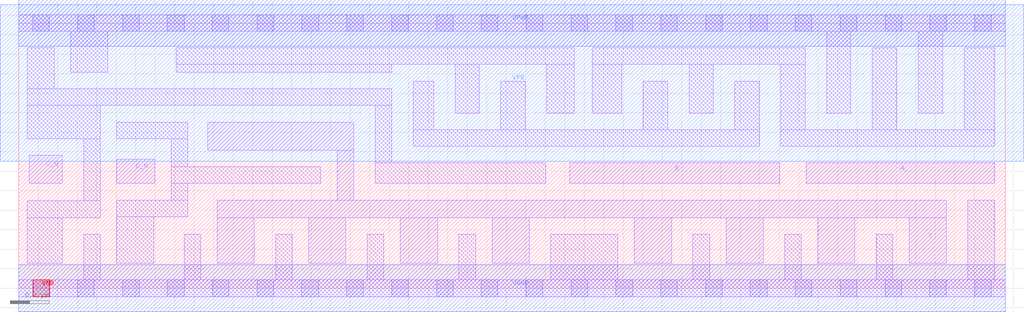
<source format=lef>
# Copyright 2020 The SkyWater PDK Authors
#
# Licensed under the Apache License, Version 2.0 (the "License");
# you may not use this file except in compliance with the License.
# You may obtain a copy of the License at
#
#     https://www.apache.org/licenses/LICENSE-2.0
#
# Unless required by applicable law or agreed to in writing, software
# distributed under the License is distributed on an "AS IS" BASIS,
# WITHOUT WARRANTIES OR CONDITIONS OF ANY KIND, either express or implied.
# See the License for the specific language governing permissions and
# limitations under the License.
#
# SPDX-License-Identifier: Apache-2.0

VERSION 5.7 ;
  NOWIREEXTENSIONATPIN ON ;
  DIVIDERCHAR "/" ;
  BUSBITCHARS "[]" ;
PROPERTYDEFINITIONS
  MACRO maskLayoutSubType STRING ;
  MACRO prCellType STRING ;
  MACRO originalViewName STRING ;
END PROPERTYDEFINITIONS
MACRO sky130_fd_sc_hdll__nor4bb_4
  CLASS CORE ;
  FOREIGN sky130_fd_sc_hdll__nor4bb_4 ;
  ORIGIN  0.000000  0.000000 ;
  SIZE  10.12000 BY  2.720000 ;
  SYMMETRY X Y R90 ;
  SITE unithd ;
  PIN A
    ANTENNAGATEAREA  1.110000 ;
    DIRECTION INPUT ;
    USE SIGNAL ;
    PORT
      LAYER li1 ;
        RECT 8.075000 1.075000 10.010000 1.285000 ;
    END
  END A
  PIN B
    ANTENNAGATEAREA  1.110000 ;
    DIRECTION INPUT ;
    USE SIGNAL ;
    PORT
      LAYER li1 ;
        RECT 5.650000 1.075000 7.805000 1.285000 ;
    END
  END B
  PIN C_N
    ANTENNAGATEAREA  0.277500 ;
    DIRECTION INPUT ;
    USE SIGNAL ;
    PORT
      LAYER li1 ;
        RECT 0.110000 1.075000 0.445000 1.365000 ;
    END
  END C_N
  PIN D_N
    ANTENNAGATEAREA  0.277500 ;
    DIRECTION INPUT ;
    USE SIGNAL ;
    PORT
      LAYER li1 ;
        RECT 1.005000 1.075000 1.395000 1.325000 ;
    END
  END D_N
  PIN VGND
    ANTENNADIFFAREA  2.223000 ;
    DIRECTION INOUT ;
    USE SIGNAL ;
    PORT
      LAYER met1 ;
        RECT 0.000000 -0.240000 10.120000 0.240000 ;
    END
  END VGND
  PIN VPWR
    ANTENNADIFFAREA  0.870000 ;
    DIRECTION INOUT ;
    USE SIGNAL ;
    PORT
      LAYER met1 ;
        RECT 0.000000 2.480000 10.120000 2.960000 ;
    END
  END VPWR
  PIN Y
    ANTENNADIFFAREA  2.374000 ;
    DIRECTION OUTPUT ;
    USE SIGNAL ;
    PORT
      LAYER li1 ;
        RECT 1.940000 1.415000 3.435000 1.705000 ;
        RECT 2.035000 0.255000 2.415000 0.725000 ;
        RECT 2.035000 0.725000 9.515000 0.905000 ;
        RECT 2.975000 0.255000 3.355000 0.725000 ;
        RECT 3.265000 0.905000 3.435000 1.415000 ;
        RECT 3.915000 0.255000 4.295000 0.725000 ;
        RECT 4.855000 0.255000 5.235000 0.725000 ;
        RECT 6.315000 0.255000 6.695000 0.725000 ;
        RECT 7.255000 0.255000 7.635000 0.725000 ;
        RECT 8.195000 0.255000 8.575000 0.725000 ;
        RECT 9.135000 0.255000 9.515000 0.725000 ;
    END
  END Y
  PIN VNB
    DIRECTION INOUT ;
    USE GROUND ;
    PORT
      LAYER pwell ;
        RECT 0.150000 -0.085000 0.320000 0.085000 ;
    END
  END VNB
  PIN VPB
    DIRECTION INOUT ;
    USE POWER ;
    PORT
      LAYER nwell ;
        RECT -0.190000 1.305000 10.310000 2.910000 ;
    END
  END VPB
  OBS
    LAYER li1 ;
      RECT 0.000000 -0.085000 10.120000 0.085000 ;
      RECT 0.000000  2.635000 10.120000 2.805000 ;
      RECT 0.085000  0.255000  0.445000 0.725000 ;
      RECT 0.085000  0.725000  0.835000 0.895000 ;
      RECT 0.085000  1.535000  0.835000 1.875000 ;
      RECT 0.085000  1.875000  3.825000 2.045000 ;
      RECT 0.085000  2.045000  0.365000 2.465000 ;
      RECT 0.535000  2.215000  0.915000 2.635000 ;
      RECT 0.665000  0.085000  0.835000 0.555000 ;
      RECT 0.665000  0.895000  0.835000 1.535000 ;
      RECT 1.005000  0.255000  1.385000 0.735000 ;
      RECT 1.005000  0.735000  1.735000 0.905000 ;
      RECT 1.005000  1.535000  1.735000 1.705000 ;
      RECT 1.565000  0.905000  1.735000 1.075000 ;
      RECT 1.565000  1.075000  3.095000 1.245000 ;
      RECT 1.565000  1.245000  1.735000 1.535000 ;
      RECT 1.615000  2.215000  3.825000 2.295000 ;
      RECT 1.615000  2.295000  5.695000 2.465000 ;
      RECT 1.695000  0.085000  1.865000 0.555000 ;
      RECT 2.635000  0.085000  2.805000 0.555000 ;
      RECT 3.575000  0.085000  3.745000 0.555000 ;
      RECT 3.655000  1.075000  5.405000 1.285000 ;
      RECT 3.655000  1.285000  3.825000 1.875000 ;
      RECT 4.045000  1.455000  7.595000 1.625000 ;
      RECT 4.045000  1.625000  4.255000 2.125000 ;
      RECT 4.475000  1.795000  4.725000 2.295000 ;
      RECT 4.515000  0.085000  4.685000 0.555000 ;
      RECT 4.945000  1.625000  5.195000 2.125000 ;
      RECT 5.415000  1.795000  5.695000 2.295000 ;
      RECT 5.455000  0.085000  6.145000 0.555000 ;
      RECT 5.880000  1.795000  6.185000 2.295000 ;
      RECT 5.880000  2.295000  8.065000 2.465000 ;
      RECT 6.405000  1.625000  6.655000 2.125000 ;
      RECT 6.875000  1.795000  7.125000 2.295000 ;
      RECT 6.915000  0.085000  7.085000 0.555000 ;
      RECT 7.345000  1.625000  7.595000 2.125000 ;
      RECT 7.815000  1.455000 10.010000 1.625000 ;
      RECT 7.815000  1.625000  8.065000 2.295000 ;
      RECT 7.855000  0.085000  8.025000 0.555000 ;
      RECT 8.285000  1.795000  8.535000 2.635000 ;
      RECT 8.755000  1.625000  9.005000 2.465000 ;
      RECT 8.795000  0.085000  8.965000 0.555000 ;
      RECT 9.225000  1.795000  9.475000 2.635000 ;
      RECT 9.695000  1.625000 10.010000 2.465000 ;
      RECT 9.735000  0.085000 10.010000 0.905000 ;
    LAYER mcon ;
      RECT 0.145000 -0.085000 0.315000 0.085000 ;
      RECT 0.145000  2.635000 0.315000 2.805000 ;
      RECT 0.605000 -0.085000 0.775000 0.085000 ;
      RECT 0.605000  2.635000 0.775000 2.805000 ;
      RECT 1.065000 -0.085000 1.235000 0.085000 ;
      RECT 1.065000  2.635000 1.235000 2.805000 ;
      RECT 1.525000 -0.085000 1.695000 0.085000 ;
      RECT 1.525000  2.635000 1.695000 2.805000 ;
      RECT 1.985000 -0.085000 2.155000 0.085000 ;
      RECT 1.985000  2.635000 2.155000 2.805000 ;
      RECT 2.445000 -0.085000 2.615000 0.085000 ;
      RECT 2.445000  2.635000 2.615000 2.805000 ;
      RECT 2.905000 -0.085000 3.075000 0.085000 ;
      RECT 2.905000  2.635000 3.075000 2.805000 ;
      RECT 3.365000 -0.085000 3.535000 0.085000 ;
      RECT 3.365000  2.635000 3.535000 2.805000 ;
      RECT 3.825000 -0.085000 3.995000 0.085000 ;
      RECT 3.825000  2.635000 3.995000 2.805000 ;
      RECT 4.285000 -0.085000 4.455000 0.085000 ;
      RECT 4.285000  2.635000 4.455000 2.805000 ;
      RECT 4.745000 -0.085000 4.915000 0.085000 ;
      RECT 4.745000  2.635000 4.915000 2.805000 ;
      RECT 5.205000 -0.085000 5.375000 0.085000 ;
      RECT 5.205000  2.635000 5.375000 2.805000 ;
      RECT 5.665000 -0.085000 5.835000 0.085000 ;
      RECT 5.665000  2.635000 5.835000 2.805000 ;
      RECT 6.125000 -0.085000 6.295000 0.085000 ;
      RECT 6.125000  2.635000 6.295000 2.805000 ;
      RECT 6.585000 -0.085000 6.755000 0.085000 ;
      RECT 6.585000  2.635000 6.755000 2.805000 ;
      RECT 7.045000 -0.085000 7.215000 0.085000 ;
      RECT 7.045000  2.635000 7.215000 2.805000 ;
      RECT 7.505000 -0.085000 7.675000 0.085000 ;
      RECT 7.505000  2.635000 7.675000 2.805000 ;
      RECT 7.965000 -0.085000 8.135000 0.085000 ;
      RECT 7.965000  2.635000 8.135000 2.805000 ;
      RECT 8.425000 -0.085000 8.595000 0.085000 ;
      RECT 8.425000  2.635000 8.595000 2.805000 ;
      RECT 8.885000 -0.085000 9.055000 0.085000 ;
      RECT 8.885000  2.635000 9.055000 2.805000 ;
      RECT 9.345000 -0.085000 9.515000 0.085000 ;
      RECT 9.345000  2.635000 9.515000 2.805000 ;
      RECT 9.805000 -0.085000 9.975000 0.085000 ;
      RECT 9.805000  2.635000 9.975000 2.805000 ;
  END
  PROPERTY maskLayoutSubType "abstract" ;
  PROPERTY prCellType "standard" ;
  PROPERTY originalViewName "layout" ;
END sky130_fd_sc_hdll__nor4bb_4
END LIBRARY

</source>
